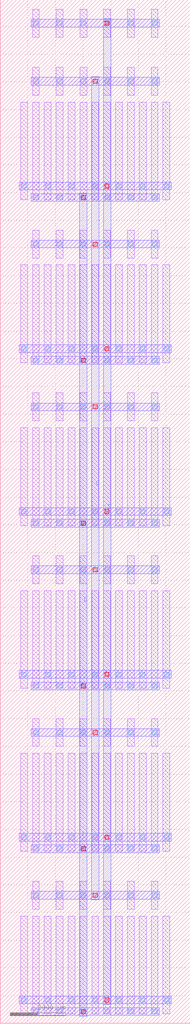
<source format=lef>
MACRO PMOS_S_24460802_X6_Y6
  UNITS 
    DATABASE MICRONS UNITS 1000;
  END UNITS 
  ORIGIN 0 0 ;
  FOREIGN PMOS_S_24460802_X6_Y6 0 0 ;
  SIZE 6880 BY 36960 ;
  PIN D
    DIRECTION INOUT ;
    USE SIGNAL ;
    PORT
      LAYER M3 ;
        RECT 2870 260 3150 29980 ;
    END
  END D
  PIN G
    DIRECTION INOUT ;
    USE SIGNAL ;
    PORT
      LAYER M3 ;
        RECT 3300 4460 3580 34180 ;
    END
  END G
  PIN S
    DIRECTION INOUT ;
    USE SIGNAL ;
    PORT
      LAYER M3 ;
        RECT 3730 680 4010 36280 ;
    END
  END S
  OBS
    LAYER M1 ;
      RECT 1165 335 1415 3865 ;
    LAYER M1 ;
      RECT 1165 4115 1415 5125 ;
    LAYER M1 ;
      RECT 1165 6215 1415 9745 ;
    LAYER M1 ;
      RECT 1165 9995 1415 11005 ;
    LAYER M1 ;
      RECT 1165 12095 1415 15625 ;
    LAYER M1 ;
      RECT 1165 15875 1415 16885 ;
    LAYER M1 ;
      RECT 1165 17975 1415 21505 ;
    LAYER M1 ;
      RECT 1165 21755 1415 22765 ;
    LAYER M1 ;
      RECT 1165 23855 1415 27385 ;
    LAYER M1 ;
      RECT 1165 27635 1415 28645 ;
    LAYER M1 ;
      RECT 1165 29735 1415 33265 ;
    LAYER M1 ;
      RECT 1165 33515 1415 34525 ;
    LAYER M1 ;
      RECT 1165 35615 1415 36625 ;
    LAYER M1 ;
      RECT 735 335 985 3865 ;
    LAYER M1 ;
      RECT 735 6215 985 9745 ;
    LAYER M1 ;
      RECT 735 12095 985 15625 ;
    LAYER M1 ;
      RECT 735 17975 985 21505 ;
    LAYER M1 ;
      RECT 735 23855 985 27385 ;
    LAYER M1 ;
      RECT 735 29735 985 33265 ;
    LAYER M1 ;
      RECT 1595 335 1845 3865 ;
    LAYER M1 ;
      RECT 1595 6215 1845 9745 ;
    LAYER M1 ;
      RECT 1595 12095 1845 15625 ;
    LAYER M1 ;
      RECT 1595 17975 1845 21505 ;
    LAYER M1 ;
      RECT 1595 23855 1845 27385 ;
    LAYER M1 ;
      RECT 1595 29735 1845 33265 ;
    LAYER M1 ;
      RECT 2025 335 2275 3865 ;
    LAYER M1 ;
      RECT 2025 4115 2275 5125 ;
    LAYER M1 ;
      RECT 2025 6215 2275 9745 ;
    LAYER M1 ;
      RECT 2025 9995 2275 11005 ;
    LAYER M1 ;
      RECT 2025 12095 2275 15625 ;
    LAYER M1 ;
      RECT 2025 15875 2275 16885 ;
    LAYER M1 ;
      RECT 2025 17975 2275 21505 ;
    LAYER M1 ;
      RECT 2025 21755 2275 22765 ;
    LAYER M1 ;
      RECT 2025 23855 2275 27385 ;
    LAYER M1 ;
      RECT 2025 27635 2275 28645 ;
    LAYER M1 ;
      RECT 2025 29735 2275 33265 ;
    LAYER M1 ;
      RECT 2025 33515 2275 34525 ;
    LAYER M1 ;
      RECT 2025 35615 2275 36625 ;
    LAYER M1 ;
      RECT 2455 335 2705 3865 ;
    LAYER M1 ;
      RECT 2455 6215 2705 9745 ;
    LAYER M1 ;
      RECT 2455 12095 2705 15625 ;
    LAYER M1 ;
      RECT 2455 17975 2705 21505 ;
    LAYER M1 ;
      RECT 2455 23855 2705 27385 ;
    LAYER M1 ;
      RECT 2455 29735 2705 33265 ;
    LAYER M1 ;
      RECT 2885 335 3135 3865 ;
    LAYER M1 ;
      RECT 2885 4115 3135 5125 ;
    LAYER M1 ;
      RECT 2885 6215 3135 9745 ;
    LAYER M1 ;
      RECT 2885 9995 3135 11005 ;
    LAYER M1 ;
      RECT 2885 12095 3135 15625 ;
    LAYER M1 ;
      RECT 2885 15875 3135 16885 ;
    LAYER M1 ;
      RECT 2885 17975 3135 21505 ;
    LAYER M1 ;
      RECT 2885 21755 3135 22765 ;
    LAYER M1 ;
      RECT 2885 23855 3135 27385 ;
    LAYER M1 ;
      RECT 2885 27635 3135 28645 ;
    LAYER M1 ;
      RECT 2885 29735 3135 33265 ;
    LAYER M1 ;
      RECT 2885 33515 3135 34525 ;
    LAYER M1 ;
      RECT 2885 35615 3135 36625 ;
    LAYER M1 ;
      RECT 3315 335 3565 3865 ;
    LAYER M1 ;
      RECT 3315 6215 3565 9745 ;
    LAYER M1 ;
      RECT 3315 12095 3565 15625 ;
    LAYER M1 ;
      RECT 3315 17975 3565 21505 ;
    LAYER M1 ;
      RECT 3315 23855 3565 27385 ;
    LAYER M1 ;
      RECT 3315 29735 3565 33265 ;
    LAYER M1 ;
      RECT 3745 335 3995 3865 ;
    LAYER M1 ;
      RECT 3745 4115 3995 5125 ;
    LAYER M1 ;
      RECT 3745 6215 3995 9745 ;
    LAYER M1 ;
      RECT 3745 9995 3995 11005 ;
    LAYER M1 ;
      RECT 3745 12095 3995 15625 ;
    LAYER M1 ;
      RECT 3745 15875 3995 16885 ;
    LAYER M1 ;
      RECT 3745 17975 3995 21505 ;
    LAYER M1 ;
      RECT 3745 21755 3995 22765 ;
    LAYER M1 ;
      RECT 3745 23855 3995 27385 ;
    LAYER M1 ;
      RECT 3745 27635 3995 28645 ;
    LAYER M1 ;
      RECT 3745 29735 3995 33265 ;
    LAYER M1 ;
      RECT 3745 33515 3995 34525 ;
    LAYER M1 ;
      RECT 3745 35615 3995 36625 ;
    LAYER M1 ;
      RECT 4175 335 4425 3865 ;
    LAYER M1 ;
      RECT 4175 6215 4425 9745 ;
    LAYER M1 ;
      RECT 4175 12095 4425 15625 ;
    LAYER M1 ;
      RECT 4175 17975 4425 21505 ;
    LAYER M1 ;
      RECT 4175 23855 4425 27385 ;
    LAYER M1 ;
      RECT 4175 29735 4425 33265 ;
    LAYER M1 ;
      RECT 4605 335 4855 3865 ;
    LAYER M1 ;
      RECT 4605 4115 4855 5125 ;
    LAYER M1 ;
      RECT 4605 6215 4855 9745 ;
    LAYER M1 ;
      RECT 4605 9995 4855 11005 ;
    LAYER M1 ;
      RECT 4605 12095 4855 15625 ;
    LAYER M1 ;
      RECT 4605 15875 4855 16885 ;
    LAYER M1 ;
      RECT 4605 17975 4855 21505 ;
    LAYER M1 ;
      RECT 4605 21755 4855 22765 ;
    LAYER M1 ;
      RECT 4605 23855 4855 27385 ;
    LAYER M1 ;
      RECT 4605 27635 4855 28645 ;
    LAYER M1 ;
      RECT 4605 29735 4855 33265 ;
    LAYER M1 ;
      RECT 4605 33515 4855 34525 ;
    LAYER M1 ;
      RECT 4605 35615 4855 36625 ;
    LAYER M1 ;
      RECT 5035 335 5285 3865 ;
    LAYER M1 ;
      RECT 5035 6215 5285 9745 ;
    LAYER M1 ;
      RECT 5035 12095 5285 15625 ;
    LAYER M1 ;
      RECT 5035 17975 5285 21505 ;
    LAYER M1 ;
      RECT 5035 23855 5285 27385 ;
    LAYER M1 ;
      RECT 5035 29735 5285 33265 ;
    LAYER M1 ;
      RECT 5465 335 5715 3865 ;
    LAYER M1 ;
      RECT 5465 4115 5715 5125 ;
    LAYER M1 ;
      RECT 5465 6215 5715 9745 ;
    LAYER M1 ;
      RECT 5465 9995 5715 11005 ;
    LAYER M1 ;
      RECT 5465 12095 5715 15625 ;
    LAYER M1 ;
      RECT 5465 15875 5715 16885 ;
    LAYER M1 ;
      RECT 5465 17975 5715 21505 ;
    LAYER M1 ;
      RECT 5465 21755 5715 22765 ;
    LAYER M1 ;
      RECT 5465 23855 5715 27385 ;
    LAYER M1 ;
      RECT 5465 27635 5715 28645 ;
    LAYER M1 ;
      RECT 5465 29735 5715 33265 ;
    LAYER M1 ;
      RECT 5465 33515 5715 34525 ;
    LAYER M1 ;
      RECT 5465 35615 5715 36625 ;
    LAYER M1 ;
      RECT 5895 335 6145 3865 ;
    LAYER M1 ;
      RECT 5895 6215 6145 9745 ;
    LAYER M1 ;
      RECT 5895 12095 6145 15625 ;
    LAYER M1 ;
      RECT 5895 17975 6145 21505 ;
    LAYER M1 ;
      RECT 5895 23855 6145 27385 ;
    LAYER M1 ;
      RECT 5895 29735 6145 33265 ;
    LAYER M2 ;
      RECT 1120 280 5760 560 ;
    LAYER M2 ;
      RECT 1120 4480 5760 4760 ;
    LAYER M2 ;
      RECT 690 700 6190 980 ;
    LAYER M2 ;
      RECT 1120 6160 5760 6440 ;
    LAYER M2 ;
      RECT 1120 10360 5760 10640 ;
    LAYER M2 ;
      RECT 690 6580 6190 6860 ;
    LAYER M2 ;
      RECT 1120 12040 5760 12320 ;
    LAYER M2 ;
      RECT 1120 16240 5760 16520 ;
    LAYER M2 ;
      RECT 690 12460 6190 12740 ;
    LAYER M2 ;
      RECT 1120 17920 5760 18200 ;
    LAYER M2 ;
      RECT 1120 22120 5760 22400 ;
    LAYER M2 ;
      RECT 690 18340 6190 18620 ;
    LAYER M2 ;
      RECT 1120 23800 5760 24080 ;
    LAYER M2 ;
      RECT 1120 28000 5760 28280 ;
    LAYER M2 ;
      RECT 690 24220 6190 24500 ;
    LAYER M2 ;
      RECT 1120 29680 5760 29960 ;
    LAYER M2 ;
      RECT 1120 33880 5760 34160 ;
    LAYER M2 ;
      RECT 1120 35980 5760 36260 ;
    LAYER M2 ;
      RECT 690 30100 6190 30380 ;
    LAYER V1 ;
      RECT 1205 335 1375 505 ;
    LAYER V1 ;
      RECT 1205 4535 1375 4705 ;
    LAYER V1 ;
      RECT 1205 6215 1375 6385 ;
    LAYER V1 ;
      RECT 1205 10415 1375 10585 ;
    LAYER V1 ;
      RECT 1205 12095 1375 12265 ;
    LAYER V1 ;
      RECT 1205 16295 1375 16465 ;
    LAYER V1 ;
      RECT 1205 17975 1375 18145 ;
    LAYER V1 ;
      RECT 1205 22175 1375 22345 ;
    LAYER V1 ;
      RECT 1205 23855 1375 24025 ;
    LAYER V1 ;
      RECT 1205 28055 1375 28225 ;
    LAYER V1 ;
      RECT 1205 29735 1375 29905 ;
    LAYER V1 ;
      RECT 1205 33935 1375 34105 ;
    LAYER V1 ;
      RECT 1205 36035 1375 36205 ;
    LAYER V1 ;
      RECT 2065 335 2235 505 ;
    LAYER V1 ;
      RECT 2065 4535 2235 4705 ;
    LAYER V1 ;
      RECT 2065 6215 2235 6385 ;
    LAYER V1 ;
      RECT 2065 10415 2235 10585 ;
    LAYER V1 ;
      RECT 2065 12095 2235 12265 ;
    LAYER V1 ;
      RECT 2065 16295 2235 16465 ;
    LAYER V1 ;
      RECT 2065 17975 2235 18145 ;
    LAYER V1 ;
      RECT 2065 22175 2235 22345 ;
    LAYER V1 ;
      RECT 2065 23855 2235 24025 ;
    LAYER V1 ;
      RECT 2065 28055 2235 28225 ;
    LAYER V1 ;
      RECT 2065 29735 2235 29905 ;
    LAYER V1 ;
      RECT 2065 33935 2235 34105 ;
    LAYER V1 ;
      RECT 2065 36035 2235 36205 ;
    LAYER V1 ;
      RECT 2925 335 3095 505 ;
    LAYER V1 ;
      RECT 2925 4535 3095 4705 ;
    LAYER V1 ;
      RECT 2925 6215 3095 6385 ;
    LAYER V1 ;
      RECT 2925 10415 3095 10585 ;
    LAYER V1 ;
      RECT 2925 12095 3095 12265 ;
    LAYER V1 ;
      RECT 2925 16295 3095 16465 ;
    LAYER V1 ;
      RECT 2925 17975 3095 18145 ;
    LAYER V1 ;
      RECT 2925 22175 3095 22345 ;
    LAYER V1 ;
      RECT 2925 23855 3095 24025 ;
    LAYER V1 ;
      RECT 2925 28055 3095 28225 ;
    LAYER V1 ;
      RECT 2925 29735 3095 29905 ;
    LAYER V1 ;
      RECT 2925 33935 3095 34105 ;
    LAYER V1 ;
      RECT 2925 36035 3095 36205 ;
    LAYER V1 ;
      RECT 3785 335 3955 505 ;
    LAYER V1 ;
      RECT 3785 4535 3955 4705 ;
    LAYER V1 ;
      RECT 3785 6215 3955 6385 ;
    LAYER V1 ;
      RECT 3785 10415 3955 10585 ;
    LAYER V1 ;
      RECT 3785 12095 3955 12265 ;
    LAYER V1 ;
      RECT 3785 16295 3955 16465 ;
    LAYER V1 ;
      RECT 3785 17975 3955 18145 ;
    LAYER V1 ;
      RECT 3785 22175 3955 22345 ;
    LAYER V1 ;
      RECT 3785 23855 3955 24025 ;
    LAYER V1 ;
      RECT 3785 28055 3955 28225 ;
    LAYER V1 ;
      RECT 3785 29735 3955 29905 ;
    LAYER V1 ;
      RECT 3785 33935 3955 34105 ;
    LAYER V1 ;
      RECT 3785 36035 3955 36205 ;
    LAYER V1 ;
      RECT 4645 335 4815 505 ;
    LAYER V1 ;
      RECT 4645 4535 4815 4705 ;
    LAYER V1 ;
      RECT 4645 6215 4815 6385 ;
    LAYER V1 ;
      RECT 4645 10415 4815 10585 ;
    LAYER V1 ;
      RECT 4645 12095 4815 12265 ;
    LAYER V1 ;
      RECT 4645 16295 4815 16465 ;
    LAYER V1 ;
      RECT 4645 17975 4815 18145 ;
    LAYER V1 ;
      RECT 4645 22175 4815 22345 ;
    LAYER V1 ;
      RECT 4645 23855 4815 24025 ;
    LAYER V1 ;
      RECT 4645 28055 4815 28225 ;
    LAYER V1 ;
      RECT 4645 29735 4815 29905 ;
    LAYER V1 ;
      RECT 4645 33935 4815 34105 ;
    LAYER V1 ;
      RECT 4645 36035 4815 36205 ;
    LAYER V1 ;
      RECT 5505 335 5675 505 ;
    LAYER V1 ;
      RECT 5505 4535 5675 4705 ;
    LAYER V1 ;
      RECT 5505 6215 5675 6385 ;
    LAYER V1 ;
      RECT 5505 10415 5675 10585 ;
    LAYER V1 ;
      RECT 5505 12095 5675 12265 ;
    LAYER V1 ;
      RECT 5505 16295 5675 16465 ;
    LAYER V1 ;
      RECT 5505 17975 5675 18145 ;
    LAYER V1 ;
      RECT 5505 22175 5675 22345 ;
    LAYER V1 ;
      RECT 5505 23855 5675 24025 ;
    LAYER V1 ;
      RECT 5505 28055 5675 28225 ;
    LAYER V1 ;
      RECT 5505 29735 5675 29905 ;
    LAYER V1 ;
      RECT 5505 33935 5675 34105 ;
    LAYER V1 ;
      RECT 5505 36035 5675 36205 ;
    LAYER V1 ;
      RECT 775 755 945 925 ;
    LAYER V1 ;
      RECT 775 6635 945 6805 ;
    LAYER V1 ;
      RECT 775 12515 945 12685 ;
    LAYER V1 ;
      RECT 775 18395 945 18565 ;
    LAYER V1 ;
      RECT 775 24275 945 24445 ;
    LAYER V1 ;
      RECT 775 30155 945 30325 ;
    LAYER V1 ;
      RECT 1635 755 1805 925 ;
    LAYER V1 ;
      RECT 1635 6635 1805 6805 ;
    LAYER V1 ;
      RECT 1635 12515 1805 12685 ;
    LAYER V1 ;
      RECT 1635 18395 1805 18565 ;
    LAYER V1 ;
      RECT 1635 24275 1805 24445 ;
    LAYER V1 ;
      RECT 1635 30155 1805 30325 ;
    LAYER V1 ;
      RECT 2495 755 2665 925 ;
    LAYER V1 ;
      RECT 2495 6635 2665 6805 ;
    LAYER V1 ;
      RECT 2495 12515 2665 12685 ;
    LAYER V1 ;
      RECT 2495 18395 2665 18565 ;
    LAYER V1 ;
      RECT 2495 24275 2665 24445 ;
    LAYER V1 ;
      RECT 2495 30155 2665 30325 ;
    LAYER V1 ;
      RECT 3355 755 3525 925 ;
    LAYER V1 ;
      RECT 3355 6635 3525 6805 ;
    LAYER V1 ;
      RECT 3355 12515 3525 12685 ;
    LAYER V1 ;
      RECT 3355 18395 3525 18565 ;
    LAYER V1 ;
      RECT 3355 24275 3525 24445 ;
    LAYER V1 ;
      RECT 3355 30155 3525 30325 ;
    LAYER V1 ;
      RECT 4215 755 4385 925 ;
    LAYER V1 ;
      RECT 4215 6635 4385 6805 ;
    LAYER V1 ;
      RECT 4215 12515 4385 12685 ;
    LAYER V1 ;
      RECT 4215 18395 4385 18565 ;
    LAYER V1 ;
      RECT 4215 24275 4385 24445 ;
    LAYER V1 ;
      RECT 4215 30155 4385 30325 ;
    LAYER V1 ;
      RECT 5075 755 5245 925 ;
    LAYER V1 ;
      RECT 5075 6635 5245 6805 ;
    LAYER V1 ;
      RECT 5075 12515 5245 12685 ;
    LAYER V1 ;
      RECT 5075 18395 5245 18565 ;
    LAYER V1 ;
      RECT 5075 24275 5245 24445 ;
    LAYER V1 ;
      RECT 5075 30155 5245 30325 ;
    LAYER V1 ;
      RECT 5935 755 6105 925 ;
    LAYER V1 ;
      RECT 5935 6635 6105 6805 ;
    LAYER V1 ;
      RECT 5935 12515 6105 12685 ;
    LAYER V1 ;
      RECT 5935 18395 6105 18565 ;
    LAYER V1 ;
      RECT 5935 24275 6105 24445 ;
    LAYER V1 ;
      RECT 5935 30155 6105 30325 ;
    LAYER V2 ;
      RECT 2935 345 3085 495 ;
    LAYER V2 ;
      RECT 2935 6225 3085 6375 ;
    LAYER V2 ;
      RECT 2935 12105 3085 12255 ;
    LAYER V2 ;
      RECT 2935 17985 3085 18135 ;
    LAYER V2 ;
      RECT 2935 23865 3085 24015 ;
    LAYER V2 ;
      RECT 2935 29745 3085 29895 ;
    LAYER V2 ;
      RECT 3365 4545 3515 4695 ;
    LAYER V2 ;
      RECT 3365 10425 3515 10575 ;
    LAYER V2 ;
      RECT 3365 16305 3515 16455 ;
    LAYER V2 ;
      RECT 3365 22185 3515 22335 ;
    LAYER V2 ;
      RECT 3365 28065 3515 28215 ;
    LAYER V2 ;
      RECT 3365 33945 3515 34095 ;
    LAYER V2 ;
      RECT 3795 765 3945 915 ;
    LAYER V2 ;
      RECT 3795 6645 3945 6795 ;
    LAYER V2 ;
      RECT 3795 12525 3945 12675 ;
    LAYER V2 ;
      RECT 3795 18405 3945 18555 ;
    LAYER V2 ;
      RECT 3795 24285 3945 24435 ;
    LAYER V2 ;
      RECT 3795 30165 3945 30315 ;
    LAYER V2 ;
      RECT 3795 36045 3945 36195 ;
  END
END PMOS_S_24460802_X6_Y6

</source>
